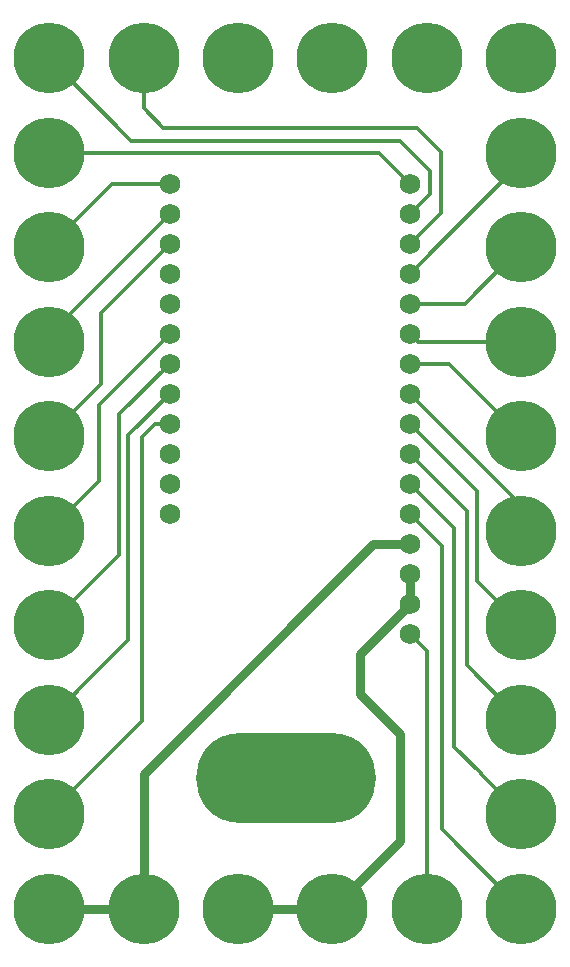
<source format=gtl>
%TF.GenerationSoftware,KiCad,Pcbnew,4.0.7-e2-6376~58~ubuntu16.04.1*%
%TF.CreationDate,2018-02-08T09:12:14-08:00*%
%TF.ProjectId,6x10-Feather-Bluefruit-LE,367831302D466561746865722D426C75,1.0*%
%TF.FileFunction,Copper,L1,Top,Signal*%
%FSLAX46Y46*%
G04 Gerber Fmt 4.6, Leading zero omitted, Abs format (unit mm)*
G04 Created by KiCad (PCBNEW 4.0.7-e2-6376~58~ubuntu16.04.1) date Thu Feb  8 09:12:14 2018*
%MOMM*%
%LPD*%
G01*
G04 APERTURE LIST*
%ADD10C,0.350000*%
%ADD11O,15.240000X7.620000*%
%ADD12C,1.727200*%
%ADD13C,6.000000*%
%ADD14C,0.762000*%
%ADD15C,0.330200*%
%ADD16C,0.350000*%
G04 APERTURE END LIST*
D10*
D11*
X47421800Y-87604600D03*
D12*
X57907800Y-75390600D03*
X57907800Y-72850600D03*
X57907800Y-70310600D03*
X57907800Y-65230600D03*
X57907800Y-62690600D03*
X57907800Y-60150600D03*
X57907800Y-57610600D03*
X57907800Y-55070600D03*
X57907800Y-52530600D03*
X57907800Y-49990600D03*
X57907800Y-47450600D03*
X57907800Y-44910600D03*
X57907800Y-42370600D03*
X57907800Y-39830600D03*
X37587800Y-39830600D03*
X37587800Y-47450600D03*
X37587800Y-52530600D03*
X37587800Y-49990600D03*
X37587800Y-62690600D03*
X37587800Y-60150600D03*
X37587800Y-57610600D03*
X37587800Y-55070600D03*
X37587800Y-65230600D03*
X37587800Y-42370600D03*
X37587800Y-44910600D03*
D13*
X27359800Y-66653600D03*
X27360800Y-74653600D03*
X27360800Y-90653600D03*
X27360800Y-58653600D03*
X27360800Y-82653600D03*
X27359800Y-50653600D03*
X27359800Y-42653600D03*
X27360800Y-98653600D03*
X35359800Y-98653600D03*
X43359800Y-98653600D03*
X59359800Y-98653600D03*
X43359800Y-26653600D03*
X51359800Y-26653600D03*
X27360800Y-26653600D03*
X35359800Y-26653600D03*
X67359800Y-26653600D03*
X67359800Y-42653600D03*
X67359800Y-50653600D03*
X67359800Y-58653600D03*
X67359800Y-66653600D03*
X67359800Y-74653600D03*
X67359800Y-82653600D03*
X67359800Y-90653600D03*
X67359800Y-98653600D03*
D12*
X37587800Y-37290600D03*
X57907800Y-37290600D03*
D13*
X27359800Y-34653600D03*
X67359800Y-34653600D03*
D12*
X57907800Y-67832100D03*
D13*
X51359800Y-98653600D03*
X59359800Y-26653600D03*
D14*
X57073800Y-83896200D02*
X57073800Y-92939600D01*
X57073800Y-92939600D02*
X51359800Y-98653600D01*
X53670200Y-80492600D02*
X57073800Y-83896200D01*
X57907800Y-72850600D02*
X53670200Y-77088200D01*
X53670200Y-77088200D02*
X53670200Y-80492600D01*
X57907800Y-72850600D02*
X57907800Y-70310600D01*
X51359800Y-98653600D02*
X43359800Y-98653600D01*
X35359800Y-87246000D02*
X54773700Y-67832100D01*
X54773700Y-67832100D02*
X57907800Y-67832100D01*
X35359800Y-98653600D02*
X35359800Y-87246000D01*
X35359800Y-98653600D02*
X31117160Y-98653600D01*
X31117160Y-98653600D02*
X27360800Y-98653600D01*
D15*
X59359800Y-98653600D02*
X59359800Y-76842600D01*
X59359800Y-76842600D02*
X57907800Y-75390600D01*
X60604400Y-67927200D02*
X60604400Y-91898200D01*
X60604400Y-91898200D02*
X67359800Y-98653600D01*
X57907800Y-65230600D02*
X60604400Y-67927200D01*
X61671200Y-84937600D02*
X61671200Y-66454000D01*
X61671200Y-66454000D02*
X57907800Y-62690600D01*
X63940699Y-87207099D02*
X61671200Y-84937600D01*
X67359800Y-90653600D02*
X63940699Y-87234499D01*
X63940699Y-87234499D02*
X63940699Y-87207099D01*
X62738000Y-64980800D02*
X62738000Y-78031800D01*
X62738000Y-78031800D02*
X67359800Y-82653600D01*
X57907800Y-60150600D02*
X62738000Y-64980800D01*
X63601600Y-70895400D02*
X63601600Y-63304400D01*
X63601600Y-63304400D02*
X57907800Y-57610600D01*
X67359800Y-74653600D02*
X63601600Y-70895400D01*
X57907800Y-55070600D02*
X67359800Y-64522600D01*
X67359800Y-64522600D02*
X67359800Y-66653600D01*
X67359800Y-58653600D02*
X61236800Y-52530600D01*
X61236800Y-52530600D02*
X57907800Y-52530600D01*
X67359800Y-50653600D02*
X58570800Y-50653600D01*
X58570800Y-50653600D02*
X57907800Y-49990600D01*
X57907800Y-47450600D02*
X62562800Y-47450600D01*
X62562800Y-47450600D02*
X67359800Y-42653600D01*
X57907800Y-44910600D02*
X67359800Y-35458600D01*
X67359800Y-35458600D02*
X67359800Y-34653600D01*
X60553600Y-34594800D02*
X60553600Y-39724800D01*
X60553600Y-39724800D02*
X57907800Y-42370600D01*
X58521600Y-32562800D02*
X60553600Y-34594800D01*
X37026360Y-32562800D02*
X58521600Y-32562800D01*
X35359800Y-26653600D02*
X35359800Y-30896240D01*
X35359800Y-30896240D02*
X37026360Y-32562800D01*
X59588400Y-36169600D02*
X59588400Y-38150000D01*
X59588400Y-38150000D02*
X57907800Y-39830600D01*
X57048400Y-33629600D02*
X59588400Y-36169600D01*
X34336800Y-33629600D02*
X57048400Y-33629600D01*
X27360800Y-26653600D02*
X34336800Y-33629600D01*
X37587800Y-39830600D02*
X27359800Y-50058600D01*
X27359800Y-50058600D02*
X27359800Y-50653600D01*
X33300200Y-56793600D02*
X33300200Y-68714200D01*
X33300200Y-68714200D02*
X27360800Y-74653600D01*
X37587800Y-52530600D02*
X33324800Y-56793600D01*
X33324800Y-56793600D02*
X33300200Y-56793600D01*
X31597600Y-56007000D02*
X31597600Y-62415800D01*
X31597600Y-62415800D02*
X27359800Y-66653600D01*
X32766000Y-54838600D02*
X31597600Y-56007000D01*
X37587800Y-49990600D02*
X32766000Y-54812400D01*
X32766000Y-54812400D02*
X32766000Y-54838600D01*
X35204400Y-58772686D02*
X35204400Y-82810000D01*
X35204400Y-82810000D02*
X27360800Y-90653600D01*
X37587800Y-57610600D02*
X36366486Y-57610600D01*
X36366486Y-57610600D02*
X35204400Y-58772686D01*
X37587800Y-55070600D02*
X34086800Y-58571600D01*
X34086800Y-58571600D02*
X34086800Y-75927600D01*
X34086800Y-75927600D02*
X30360799Y-79653601D01*
X30360799Y-79653601D02*
X27360800Y-82653600D01*
X31750000Y-48208400D02*
X31750000Y-54264400D01*
X31750000Y-54264400D02*
X27360800Y-58653600D01*
X37587800Y-42370600D02*
X31750000Y-48208400D01*
X37587800Y-37290600D02*
X32722800Y-37290600D01*
X32722800Y-37290600D02*
X27359800Y-42653600D01*
X57907800Y-37290600D02*
X55270800Y-34653600D01*
X55270800Y-34653600D02*
X27359800Y-34653600D01*
D16*
X57907800Y-75390600D03*
X57907800Y-72850600D03*
X57907800Y-70310600D03*
X57907800Y-65230600D03*
X57907800Y-62690600D03*
X57907800Y-60150600D03*
X57907800Y-57610600D03*
X57907800Y-55070600D03*
X57907800Y-52530600D03*
X57907800Y-49990600D03*
X57907800Y-47450600D03*
X57907800Y-44910600D03*
X57907800Y-42370600D03*
X57907800Y-39830600D03*
X37587800Y-39830600D03*
X37587800Y-47450600D03*
X37587800Y-52530600D03*
X37587800Y-49990600D03*
X37587800Y-62690600D03*
X37587800Y-60150600D03*
X37587800Y-57610600D03*
X37587800Y-55070600D03*
X37587800Y-65230600D03*
X37587800Y-42370600D03*
X37587800Y-44910600D03*
X27359800Y-66653600D03*
X27360800Y-74653600D03*
X27360800Y-90653600D03*
X27360800Y-58653600D03*
X27360800Y-82653600D03*
X27359800Y-50653600D03*
X27359800Y-42653600D03*
X27360800Y-98653600D03*
X35359800Y-98653600D03*
X43359800Y-98653600D03*
X59359800Y-98653600D03*
X43359800Y-26653600D03*
X51359800Y-26653600D03*
X27360800Y-26653600D03*
X35359800Y-26653600D03*
X67359800Y-26653600D03*
X67359800Y-42653600D03*
X67359800Y-50653600D03*
X67359800Y-58653600D03*
X67359800Y-66653600D03*
X67359800Y-74653600D03*
X67359800Y-82653600D03*
X67359800Y-90653600D03*
X67359800Y-98653600D03*
X37587800Y-37290600D03*
X57907800Y-37290600D03*
X27359800Y-34653600D03*
X67359800Y-34653600D03*
X57907800Y-67832100D03*
X51359800Y-98653600D03*
X59359800Y-26653600D03*
M02*

</source>
